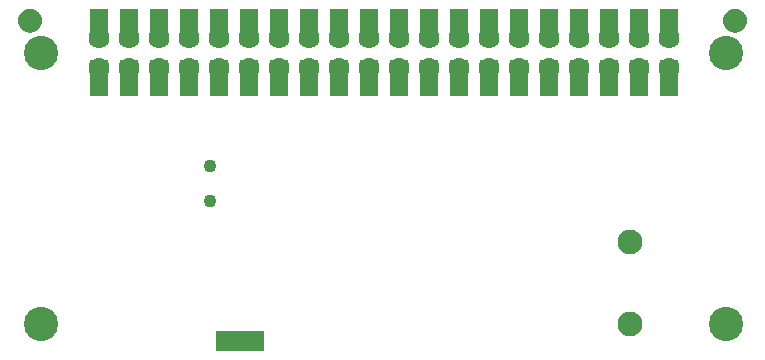
<source format=gbr>
G04 EAGLE Gerber RS-274X export*
G75*
%MOMM*%
%FSLAX34Y34*%
%LPD*%
%INSoldermask Bottom*%
%IPPOS*%
%AMOC8*
5,1,8,0,0,1.08239X$1,22.5*%
G01*
%ADD10C,2.901600*%
%ADD11R,1.625600X3.149600*%
%ADD12C,1.778000*%
%ADD13C,1.101600*%
%ADD14C,0.500000*%
%ADD15R,4.165600X1.778000*%
%ADD16C,2.101600*%


D10*
X35000Y265000D03*
X615000Y265000D03*
X615000Y35000D03*
D11*
X83696Y243394D03*
X83696Y286574D03*
X109096Y243394D03*
X109096Y286574D03*
X134496Y286574D03*
X134496Y243394D03*
X159896Y286574D03*
X159896Y243394D03*
X185296Y286574D03*
X185296Y243394D03*
X210696Y286574D03*
X210696Y243394D03*
X236096Y286574D03*
X236096Y243394D03*
X261496Y286574D03*
X261496Y243394D03*
X286896Y286574D03*
X286896Y243394D03*
X312296Y286574D03*
X312296Y243394D03*
X337696Y286574D03*
X337696Y243394D03*
X363096Y286574D03*
X363096Y243394D03*
X388496Y286574D03*
X388496Y243394D03*
X413896Y286574D03*
X413896Y243394D03*
X439296Y286574D03*
X439296Y243394D03*
X464696Y286574D03*
X464696Y243394D03*
X490096Y286574D03*
X490096Y243394D03*
X515496Y286574D03*
X515496Y243394D03*
X540896Y286574D03*
X540896Y243394D03*
X566296Y286574D03*
X566296Y243394D03*
D10*
X35000Y35000D03*
D12*
X83700Y252300D03*
X83700Y277700D03*
X109100Y252300D03*
X109100Y277700D03*
X134500Y252300D03*
X134500Y277700D03*
X159900Y252300D03*
X159900Y277700D03*
X185300Y252300D03*
X185300Y277700D03*
X210700Y252300D03*
X210700Y277700D03*
X236100Y252300D03*
X236100Y277700D03*
X261500Y252300D03*
X261500Y277700D03*
X286900Y252300D03*
X286900Y277700D03*
X312300Y252300D03*
X312300Y277700D03*
X337700Y252300D03*
X337700Y277700D03*
X363100Y252300D03*
X363100Y277700D03*
X388500Y252300D03*
X388500Y277700D03*
X413900Y252300D03*
X413900Y277700D03*
X439300Y252300D03*
X439300Y277700D03*
X464700Y252300D03*
X464700Y277700D03*
X490100Y252300D03*
X490100Y277700D03*
X515500Y252300D03*
X515500Y277700D03*
X540900Y252300D03*
X540900Y277700D03*
X566300Y252300D03*
X566300Y277700D03*
D13*
X25400Y292100D03*
D14*
X32900Y292100D02*
X32898Y292281D01*
X32891Y292462D01*
X32880Y292643D01*
X32865Y292824D01*
X32845Y293004D01*
X32821Y293184D01*
X32793Y293363D01*
X32760Y293541D01*
X32723Y293718D01*
X32682Y293895D01*
X32637Y294070D01*
X32587Y294245D01*
X32533Y294418D01*
X32475Y294589D01*
X32413Y294760D01*
X32346Y294928D01*
X32276Y295095D01*
X32202Y295261D01*
X32123Y295424D01*
X32041Y295585D01*
X31955Y295745D01*
X31865Y295902D01*
X31771Y296057D01*
X31674Y296210D01*
X31572Y296360D01*
X31468Y296508D01*
X31359Y296654D01*
X31248Y296796D01*
X31132Y296936D01*
X31014Y297073D01*
X30892Y297208D01*
X30767Y297339D01*
X30639Y297467D01*
X30508Y297592D01*
X30373Y297714D01*
X30236Y297832D01*
X30096Y297948D01*
X29954Y298059D01*
X29808Y298168D01*
X29660Y298272D01*
X29510Y298374D01*
X29357Y298471D01*
X29202Y298565D01*
X29045Y298655D01*
X28885Y298741D01*
X28724Y298823D01*
X28561Y298902D01*
X28395Y298976D01*
X28228Y299046D01*
X28060Y299113D01*
X27889Y299175D01*
X27718Y299233D01*
X27545Y299287D01*
X27370Y299337D01*
X27195Y299382D01*
X27018Y299423D01*
X26841Y299460D01*
X26663Y299493D01*
X26484Y299521D01*
X26304Y299545D01*
X26124Y299565D01*
X25943Y299580D01*
X25762Y299591D01*
X25581Y299598D01*
X25400Y299600D01*
X25219Y299598D01*
X25038Y299591D01*
X24857Y299580D01*
X24676Y299565D01*
X24496Y299545D01*
X24316Y299521D01*
X24137Y299493D01*
X23959Y299460D01*
X23782Y299423D01*
X23605Y299382D01*
X23430Y299337D01*
X23255Y299287D01*
X23082Y299233D01*
X22911Y299175D01*
X22740Y299113D01*
X22572Y299046D01*
X22405Y298976D01*
X22239Y298902D01*
X22076Y298823D01*
X21915Y298741D01*
X21755Y298655D01*
X21598Y298565D01*
X21443Y298471D01*
X21290Y298374D01*
X21140Y298272D01*
X20992Y298168D01*
X20846Y298059D01*
X20704Y297948D01*
X20564Y297832D01*
X20427Y297714D01*
X20292Y297592D01*
X20161Y297467D01*
X20033Y297339D01*
X19908Y297208D01*
X19786Y297073D01*
X19668Y296936D01*
X19552Y296796D01*
X19441Y296654D01*
X19332Y296508D01*
X19228Y296360D01*
X19126Y296210D01*
X19029Y296057D01*
X18935Y295902D01*
X18845Y295745D01*
X18759Y295585D01*
X18677Y295424D01*
X18598Y295261D01*
X18524Y295095D01*
X18454Y294928D01*
X18387Y294760D01*
X18325Y294589D01*
X18267Y294418D01*
X18213Y294245D01*
X18163Y294070D01*
X18118Y293895D01*
X18077Y293718D01*
X18040Y293541D01*
X18007Y293363D01*
X17979Y293184D01*
X17955Y293004D01*
X17935Y292824D01*
X17920Y292643D01*
X17909Y292462D01*
X17902Y292281D01*
X17900Y292100D01*
X17902Y291919D01*
X17909Y291738D01*
X17920Y291557D01*
X17935Y291376D01*
X17955Y291196D01*
X17979Y291016D01*
X18007Y290837D01*
X18040Y290659D01*
X18077Y290482D01*
X18118Y290305D01*
X18163Y290130D01*
X18213Y289955D01*
X18267Y289782D01*
X18325Y289611D01*
X18387Y289440D01*
X18454Y289272D01*
X18524Y289105D01*
X18598Y288939D01*
X18677Y288776D01*
X18759Y288615D01*
X18845Y288455D01*
X18935Y288298D01*
X19029Y288143D01*
X19126Y287990D01*
X19228Y287840D01*
X19332Y287692D01*
X19441Y287546D01*
X19552Y287404D01*
X19668Y287264D01*
X19786Y287127D01*
X19908Y286992D01*
X20033Y286861D01*
X20161Y286733D01*
X20292Y286608D01*
X20427Y286486D01*
X20564Y286368D01*
X20704Y286252D01*
X20846Y286141D01*
X20992Y286032D01*
X21140Y285928D01*
X21290Y285826D01*
X21443Y285729D01*
X21598Y285635D01*
X21755Y285545D01*
X21915Y285459D01*
X22076Y285377D01*
X22239Y285298D01*
X22405Y285224D01*
X22572Y285154D01*
X22740Y285087D01*
X22911Y285025D01*
X23082Y284967D01*
X23255Y284913D01*
X23430Y284863D01*
X23605Y284818D01*
X23782Y284777D01*
X23959Y284740D01*
X24137Y284707D01*
X24316Y284679D01*
X24496Y284655D01*
X24676Y284635D01*
X24857Y284620D01*
X25038Y284609D01*
X25219Y284602D01*
X25400Y284600D01*
X25581Y284602D01*
X25762Y284609D01*
X25943Y284620D01*
X26124Y284635D01*
X26304Y284655D01*
X26484Y284679D01*
X26663Y284707D01*
X26841Y284740D01*
X27018Y284777D01*
X27195Y284818D01*
X27370Y284863D01*
X27545Y284913D01*
X27718Y284967D01*
X27889Y285025D01*
X28060Y285087D01*
X28228Y285154D01*
X28395Y285224D01*
X28561Y285298D01*
X28724Y285377D01*
X28885Y285459D01*
X29045Y285545D01*
X29202Y285635D01*
X29357Y285729D01*
X29510Y285826D01*
X29660Y285928D01*
X29808Y286032D01*
X29954Y286141D01*
X30096Y286252D01*
X30236Y286368D01*
X30373Y286486D01*
X30508Y286608D01*
X30639Y286733D01*
X30767Y286861D01*
X30892Y286992D01*
X31014Y287127D01*
X31132Y287264D01*
X31248Y287404D01*
X31359Y287546D01*
X31468Y287692D01*
X31572Y287840D01*
X31674Y287990D01*
X31771Y288143D01*
X31865Y288298D01*
X31955Y288455D01*
X32041Y288615D01*
X32123Y288776D01*
X32202Y288939D01*
X32276Y289105D01*
X32346Y289272D01*
X32413Y289440D01*
X32475Y289611D01*
X32533Y289782D01*
X32587Y289955D01*
X32637Y290130D01*
X32682Y290305D01*
X32723Y290482D01*
X32760Y290659D01*
X32793Y290837D01*
X32821Y291016D01*
X32845Y291196D01*
X32865Y291376D01*
X32880Y291557D01*
X32891Y291738D01*
X32898Y291919D01*
X32900Y292100D01*
D13*
X622300Y292100D03*
D14*
X629800Y292100D02*
X629798Y292281D01*
X629791Y292462D01*
X629780Y292643D01*
X629765Y292824D01*
X629745Y293004D01*
X629721Y293184D01*
X629693Y293363D01*
X629660Y293541D01*
X629623Y293718D01*
X629582Y293895D01*
X629537Y294070D01*
X629487Y294245D01*
X629433Y294418D01*
X629375Y294589D01*
X629313Y294760D01*
X629246Y294928D01*
X629176Y295095D01*
X629102Y295261D01*
X629023Y295424D01*
X628941Y295585D01*
X628855Y295745D01*
X628765Y295902D01*
X628671Y296057D01*
X628574Y296210D01*
X628472Y296360D01*
X628368Y296508D01*
X628259Y296654D01*
X628148Y296796D01*
X628032Y296936D01*
X627914Y297073D01*
X627792Y297208D01*
X627667Y297339D01*
X627539Y297467D01*
X627408Y297592D01*
X627273Y297714D01*
X627136Y297832D01*
X626996Y297948D01*
X626854Y298059D01*
X626708Y298168D01*
X626560Y298272D01*
X626410Y298374D01*
X626257Y298471D01*
X626102Y298565D01*
X625945Y298655D01*
X625785Y298741D01*
X625624Y298823D01*
X625461Y298902D01*
X625295Y298976D01*
X625128Y299046D01*
X624960Y299113D01*
X624789Y299175D01*
X624618Y299233D01*
X624445Y299287D01*
X624270Y299337D01*
X624095Y299382D01*
X623918Y299423D01*
X623741Y299460D01*
X623563Y299493D01*
X623384Y299521D01*
X623204Y299545D01*
X623024Y299565D01*
X622843Y299580D01*
X622662Y299591D01*
X622481Y299598D01*
X622300Y299600D01*
X622119Y299598D01*
X621938Y299591D01*
X621757Y299580D01*
X621576Y299565D01*
X621396Y299545D01*
X621216Y299521D01*
X621037Y299493D01*
X620859Y299460D01*
X620682Y299423D01*
X620505Y299382D01*
X620330Y299337D01*
X620155Y299287D01*
X619982Y299233D01*
X619811Y299175D01*
X619640Y299113D01*
X619472Y299046D01*
X619305Y298976D01*
X619139Y298902D01*
X618976Y298823D01*
X618815Y298741D01*
X618655Y298655D01*
X618498Y298565D01*
X618343Y298471D01*
X618190Y298374D01*
X618040Y298272D01*
X617892Y298168D01*
X617746Y298059D01*
X617604Y297948D01*
X617464Y297832D01*
X617327Y297714D01*
X617192Y297592D01*
X617061Y297467D01*
X616933Y297339D01*
X616808Y297208D01*
X616686Y297073D01*
X616568Y296936D01*
X616452Y296796D01*
X616341Y296654D01*
X616232Y296508D01*
X616128Y296360D01*
X616026Y296210D01*
X615929Y296057D01*
X615835Y295902D01*
X615745Y295745D01*
X615659Y295585D01*
X615577Y295424D01*
X615498Y295261D01*
X615424Y295095D01*
X615354Y294928D01*
X615287Y294760D01*
X615225Y294589D01*
X615167Y294418D01*
X615113Y294245D01*
X615063Y294070D01*
X615018Y293895D01*
X614977Y293718D01*
X614940Y293541D01*
X614907Y293363D01*
X614879Y293184D01*
X614855Y293004D01*
X614835Y292824D01*
X614820Y292643D01*
X614809Y292462D01*
X614802Y292281D01*
X614800Y292100D01*
X614802Y291919D01*
X614809Y291738D01*
X614820Y291557D01*
X614835Y291376D01*
X614855Y291196D01*
X614879Y291016D01*
X614907Y290837D01*
X614940Y290659D01*
X614977Y290482D01*
X615018Y290305D01*
X615063Y290130D01*
X615113Y289955D01*
X615167Y289782D01*
X615225Y289611D01*
X615287Y289440D01*
X615354Y289272D01*
X615424Y289105D01*
X615498Y288939D01*
X615577Y288776D01*
X615659Y288615D01*
X615745Y288455D01*
X615835Y288298D01*
X615929Y288143D01*
X616026Y287990D01*
X616128Y287840D01*
X616232Y287692D01*
X616341Y287546D01*
X616452Y287404D01*
X616568Y287264D01*
X616686Y287127D01*
X616808Y286992D01*
X616933Y286861D01*
X617061Y286733D01*
X617192Y286608D01*
X617327Y286486D01*
X617464Y286368D01*
X617604Y286252D01*
X617746Y286141D01*
X617892Y286032D01*
X618040Y285928D01*
X618190Y285826D01*
X618343Y285729D01*
X618498Y285635D01*
X618655Y285545D01*
X618815Y285459D01*
X618976Y285377D01*
X619139Y285298D01*
X619305Y285224D01*
X619472Y285154D01*
X619640Y285087D01*
X619811Y285025D01*
X619982Y284967D01*
X620155Y284913D01*
X620330Y284863D01*
X620505Y284818D01*
X620682Y284777D01*
X620859Y284740D01*
X621037Y284707D01*
X621216Y284679D01*
X621396Y284655D01*
X621576Y284635D01*
X621757Y284620D01*
X621938Y284609D01*
X622119Y284602D01*
X622300Y284600D01*
X622481Y284602D01*
X622662Y284609D01*
X622843Y284620D01*
X623024Y284635D01*
X623204Y284655D01*
X623384Y284679D01*
X623563Y284707D01*
X623741Y284740D01*
X623918Y284777D01*
X624095Y284818D01*
X624270Y284863D01*
X624445Y284913D01*
X624618Y284967D01*
X624789Y285025D01*
X624960Y285087D01*
X625128Y285154D01*
X625295Y285224D01*
X625461Y285298D01*
X625624Y285377D01*
X625785Y285459D01*
X625945Y285545D01*
X626102Y285635D01*
X626257Y285729D01*
X626410Y285826D01*
X626560Y285928D01*
X626708Y286032D01*
X626854Y286141D01*
X626996Y286252D01*
X627136Y286368D01*
X627273Y286486D01*
X627408Y286608D01*
X627539Y286733D01*
X627667Y286861D01*
X627792Y286992D01*
X627914Y287127D01*
X628032Y287264D01*
X628148Y287404D01*
X628259Y287546D01*
X628368Y287692D01*
X628472Y287840D01*
X628574Y287990D01*
X628671Y288143D01*
X628765Y288298D01*
X628855Y288455D01*
X628941Y288615D01*
X629023Y288776D01*
X629102Y288939D01*
X629176Y289105D01*
X629246Y289272D01*
X629313Y289440D01*
X629375Y289611D01*
X629433Y289782D01*
X629487Y289955D01*
X629537Y290130D01*
X629582Y290305D01*
X629623Y290482D01*
X629660Y290659D01*
X629693Y290837D01*
X629721Y291016D01*
X629745Y291196D01*
X629765Y291376D01*
X629780Y291557D01*
X629791Y291738D01*
X629798Y291919D01*
X629800Y292100D01*
D13*
X177800Y169305D03*
X177800Y139305D03*
D15*
X203200Y20955D03*
D16*
X533400Y35000D03*
X533400Y105000D03*
M02*

</source>
